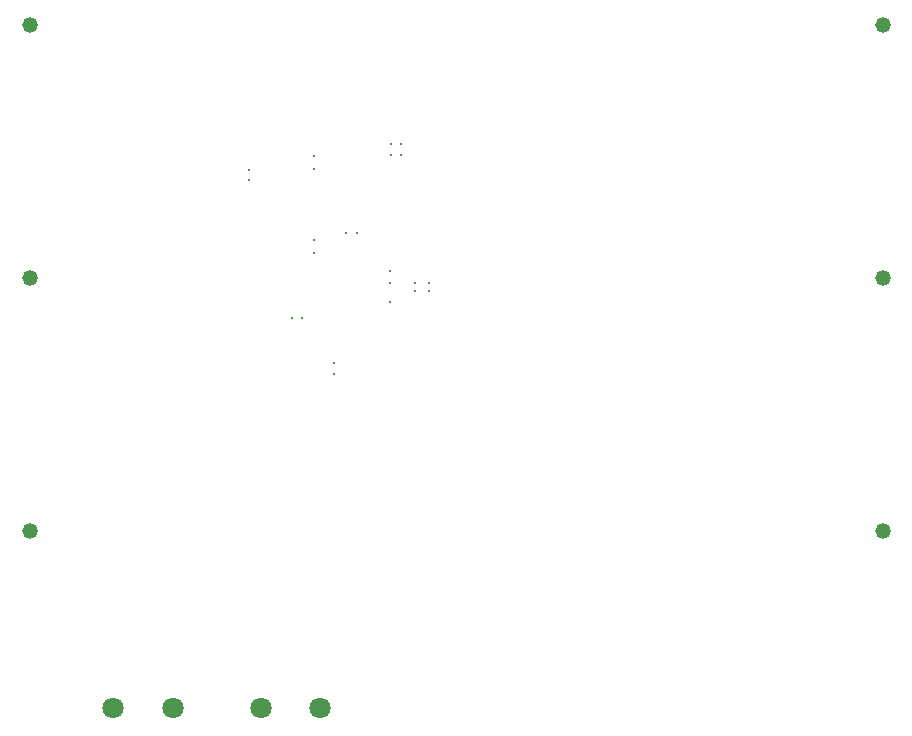
<source format=gbr>
%TF.GenerationSoftware,Altium Limited,Altium Designer,21.6.1 (37)*%
G04 Layer_Color=0*
%FSLAX45Y45*%
%MOMM*%
%TF.SameCoordinates,713E3131-B0EE-4415-9D9D-843BC13DAD56*%
%TF.FilePolarity,Positive*%
%TF.FileFunction,Plated,1,4,PTH,Drill*%
%TF.Part,Single*%
G01*
G75*
%TA.AperFunction,ComponentDrill*%
%ADD64C,1.32000*%
%ADD65C,1.80000*%
%TA.AperFunction,ViaDrill,NotFilled*%
%ADD66C,0.30000*%
%ADD67C,0.20000*%
D64*
X7611000Y6180000D02*
D03*
X389000Y6180000D02*
D03*
X7611000Y4040000D02*
D03*
X389000Y4040000D02*
D03*
X7611000Y1900000D02*
D03*
X389000Y1900000D02*
D03*
D65*
X2850000Y400000D02*
D03*
X2350000D02*
D03*
X1600000D02*
D03*
X1100000D02*
D03*
D66*
X2610000Y3700000D02*
D03*
X2700000D02*
D03*
X3770000Y4000000D02*
D03*
X3650000D02*
D03*
X3770000Y3930000D02*
D03*
X3440000Y4000000D02*
D03*
Y4100000D02*
D03*
X3650000Y3930000D02*
D03*
X3440000Y3840000D02*
D03*
X2970000Y3320000D02*
D03*
Y3230000D02*
D03*
X3070000Y4420000D02*
D03*
X3160000D02*
D03*
X3530000Y5170000D02*
D03*
Y5080000D02*
D03*
X3450000D02*
D03*
Y5170000D02*
D03*
X2250000Y4870000D02*
D03*
Y4950000D02*
D03*
D67*
X2800000Y5075000D02*
D03*
Y4965000D02*
D03*
X2800000Y4365000D02*
D03*
Y4255000D02*
D03*
%TF.MD5,4408596e32dec45494480431d7591496*%
M02*

</source>
